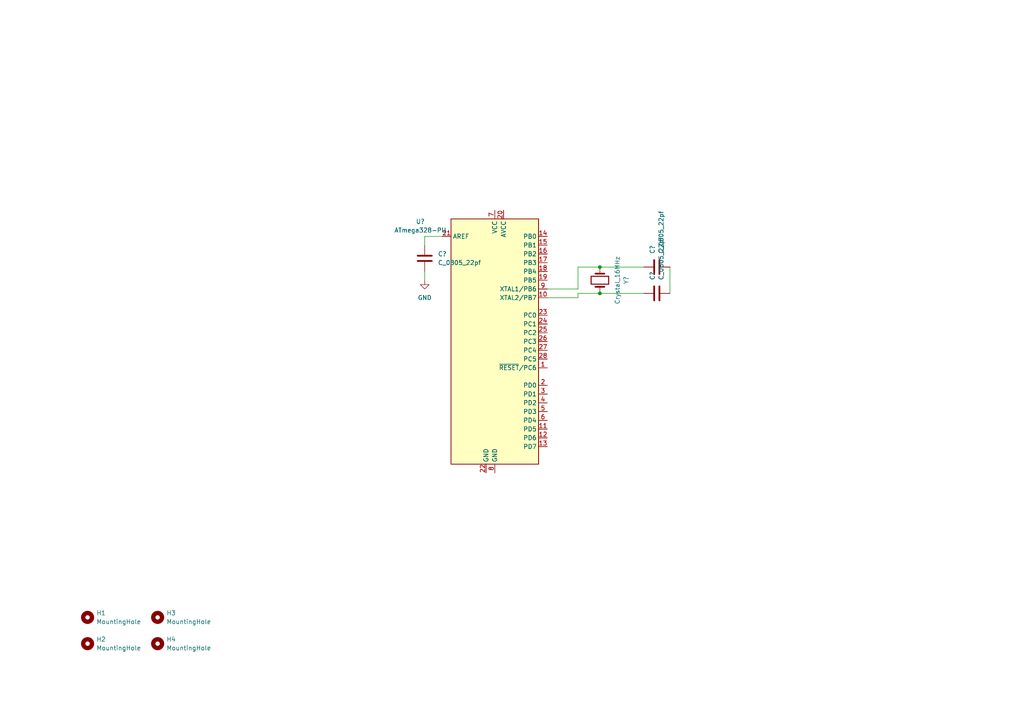
<source format=kicad_sch>
(kicad_sch (version 20211123) (generator eeschema)
  (paper "A4")
  (lib_symbols
    (symbol "HPS:ATmega328-PU"
      (property "Reference" "U" (at -11.43 39.37 0))
      (property "Value" "ATmega328-PU" (at -17.78 38.1 0))
      (symbol "ATmega328-PU_0_1"
        (rectangle (start -12.7 -35.56) (end 12.7 35.56) (stroke (width 0.254)) (fill (type background)))
      )
      (symbol "ATmega328-PU_1_1"
        (pin tri_state line (at 15.24 -7.62 180) (length 2.54) (name "~{RESET}/PC6") (number "1"))
        (pin tri_state line (at 15.24 12.7 180) (length 2.54) (name "XTAL2/PB7") (number "10"))
        (pin tri_state line (at 15.24 -25.4 180) (length 2.54) (name "PD5") (number "11"))
        (pin tri_state line (at 15.24 -27.94 180) (length 2.54) (name "PD6") (number "12"))
        (pin tri_state line (at 15.24 -30.48 180) (length 2.54) (name "PD7") (number "13"))
        (pin tri_state line (at 15.24 30.48 180) (length 2.54) (name "PB0") (number "14"))
        (pin tri_state line (at 15.24 27.94 180) (length 2.54) (name "PB1") (number "15"))
        (pin tri_state line (at 15.24 25.4 180) (length 2.54) (name "PB2") (number "16"))
        (pin tri_state line (at 15.24 22.86 180) (length 2.54) (name "PB3") (number "17"))
        (pin tri_state line (at 15.24 20.32 180) (length 2.54) (name "PB4") (number "18"))
        (pin tri_state line (at 15.24 17.78 180) (length 2.54) (name "PB5") (number "19"))
        (pin tri_state line (at 15.24 -12.7 180) (length 2.54) (name "PD0") (number "2"))
        (pin power_in line (at 2.54 38.1 270) (length 2.54) (name "AVCC") (number "20"))
        (pin passive line (at -15.24 30.48 0) (length 2.54) (name "AREF") (number "21"))
        (pin power_in line (at -2.54 -38.1 90) (length 2.54) (name "GND") (number "22"))
        (pin tri_state line (at 15.24 7.62 180) (length 2.54) (name "PC0") (number "23"))
        (pin tri_state line (at 15.24 5.08 180) (length 2.54) (name "PC1") (number "24"))
        (pin tri_state line (at 15.24 2.54 180) (length 2.54) (name "PC2") (number "25"))
        (pin tri_state line (at 15.24 0 180) (length 2.54) (name "PC3") (number "26"))
        (pin tri_state line (at 15.24 -2.54 180) (length 2.54) (name "PC4") (number "27"))
        (pin tri_state line (at 15.24 -5.08 180) (length 2.54) (name "PC5") (number "28"))
        (pin tri_state line (at 15.24 -15.24 180) (length 2.54) (name "PD1") (number "3"))
        (pin tri_state line (at 15.24 -17.78 180) (length 2.54) (name "PD2") (number "4"))
        (pin tri_state line (at 15.24 -20.32 180) (length 2.54) (name "PD3") (number "5"))
        (pin tri_state line (at 15.24 -22.86 180) (length 2.54) (name "PD4") (number "6"))
        (pin power_in line (at 0 38.1 270) (length 2.54) (name "VCC") (number "7"))
        (pin power_in line (at 0 -38.1 90) (length 2.54) (name "GND") (number "8"))
        (pin tri_state line (at 15.24 15.24 180) (length 2.54) (name "XTAL1/PB6") (number "9"))
      )
    )
    (symbol "HPS:C_0805_22pf" (pin_numbers hide) (pin_names (offset 0.254))
      (property "Reference" "C" (at 0.635 2.54 0))
      (property "Value" "C_0805_22pf" (at 0.635 -2.54 0))
      (symbol "C_0805_22pf_0_1"
        (polyline (pts (xy -2.032 -0.762) (xy 2.032 -0.762)) (stroke (width 0.508)))
        (polyline (pts (xy -2.032 0.762) (xy 2.032 0.762)) (stroke (width 0.508)))
      )
      (symbol "C_0805_22pf_1_1"
        (pin passive line (at 0 3.81 270) (length 2.794) (name "~") (number "1"))
        (pin passive line (at 0 -3.81 90) (length 2.794) (name "~") (number "2"))
      )
    )
    (symbol "HPS:Crystal_16MHz" (pin_numbers hide) (pin_names (offset 1.016) hide)
      (property "Reference" "Y" (at 0 3.81 0))
      (property "Value" "Crystal_16MHz" (at 0 -3.81 0))
      (symbol "Crystal_16MHz_0_1"
        (rectangle (start -1.143 2.54) (end 1.143 -2.54) (stroke (width 0.3048)))
        (polyline (pts (xy -2.54 0) (xy -1.905 0)))
        (polyline (pts (xy -1.905 -1.27) (xy -1.905 1.27)) (stroke (width 0.508)))
        (polyline (pts (xy 1.905 -1.27) (xy 1.905 1.27)) (stroke (width 0.508)))
        (polyline (pts (xy 2.54 0) (xy 1.905 0)))
      )
      (symbol "Crystal_16MHz_1_1"
        (pin passive line (at -3.81 0 0) (length 1.27) (name "1") (number "1"))
        (pin passive line (at 3.81 0 180) (length 1.27) (name "2") (number "2"))
      )
    )
    (symbol "HPS:GND" (power) (pin_names (offset 0))
      (property "Value" "GND" (at 0 -3.81 0))
      (symbol "GND_0_1"
        (polyline (pts (xy 0 0) (xy 0 -1.27) (xy 1.27 -1.27) (xy 0 -2.54) (xy -1.27 -1.27) (xy 0 -1.27)))
      )
      (symbol "GND_1_1"
        (pin power_in line (at 0 0 270) (length 0) hide (name "GND") (number "1"))
      )
    )
    (symbol "HPS:MountingHole" (pin_names (offset 1.016))
      (property "Reference" "H" (at 0 5.08 0))
      (property "Value" "MountingHole" (at 0 3.175 0))
      (symbol "MountingHole_0_1"
        (circle (center 0 0) (radius 1.27) (stroke (width 1.27)))
      )
    )
  )
  (junction (at 173.99 85.09))
  (junction (at 173.99 77.47))
  (wire (pts (xy 167.64 85.09) (xy 173.99 85.09)))
  (wire (pts (xy 128.27 68.58) (xy 123.19 68.58)))
  (wire (pts (xy 123.19 78.74) (xy 123.19 81.28)))
  (wire (pts (xy 194.31 77.47) (xy 194.31 85.09)))
  (wire (pts (xy 186.69 85.09) (xy 173.99 85.09)))
  (wire (pts (xy 158.75 86.36) (xy 167.64 86.36)))
  (wire (pts (xy 158.75 83.82) (xy 167.64 83.82)))
  (wire (pts (xy 167.64 86.36) (xy 167.64 85.09)))
  (wire (pts (xy 186.69 77.47) (xy 173.99 77.47)))
  (wire (pts (xy 167.64 83.82) (xy 167.64 77.47)))
  (wire (pts (xy 167.64 77.47) (xy 173.99 77.47)))
  (wire (pts (xy 123.19 68.58) (xy 123.19 71.12)))
  (symbol (lib_id "HPS:GND") (at 123.19 81.28 0) (unit 1)
    (property "Reference" "#PWR?" (effects hide))
    (property "Value" "GND" (at 123.19 86.36 0))
  )
  (symbol (lib_id "HPS:C_0805_22pf") (at 190.5 77.47 90) (unit 1)
    (property "Reference" "C?" (at 189.2299 73.66 0) (effects (justify left)))
    (property "Value" "C_0805_22pf" (at 191.7699 73.66 0) (effects (justify left)))
    (property "Footprint" "footprints:C_0805_2012Metric" (effects hide))
    (property "Datasheet" "https://www.yageo.com/upload/media/product/productsearch/datasheet/mlcc/UPY-GP_NP0_16V-to-50V_18.pdf" (effects hide))
    (property "MFG" "Yageo" (effects hide))
    (property "MPN" "CC0805JRNPO9BN220" (effects hide))
    (property "Digikey PN" "311-1103-1-ND" (effects hide))
    (property "Mouser PN" "N/A" (effects hide))
    (property "Voltage" "N/A" (effects hide))
    (property "Dielectric" "N/A" (effects hide))
    (property "Tolerance" "N/A" (effects hide))
  )
  (symbol (lib_id "HPS:MountingHole") (at 45.72 179.07 0) (unit 1)
    (property "Reference" "H3" (at 48.26 177.7999 0) (effects (justify left)))
    (property "Value" "MountingHole" (at 48.26 180.3399 0) (effects (justify left)))
    (property "Footprint" "footprints:MountingHole_3.2mm_M3" (effects hide))
  )
  (symbol (lib_id "HPS:MountingHole") (at 25.4 179.07 0) (unit 1)
    (property "Reference" "H1" (at 27.94 177.7999 0) (effects (justify left)))
    (property "Value" "MountingHole" (at 27.94 180.3399 0) (effects (justify left)))
    (property "Footprint" "footprints:MountingHole_3.2mm_M3" (effects hide))
  )
  (symbol (lib_id "HPS:C_0805_22pf") (at 190.5 85.09 90) (unit 1)
    (property "Reference" "C?" (at 189.2299 81.28 0) (effects (justify left)))
    (property "Value" "C_0805_22pf" (at 191.7699 81.28 0) (effects (justify left)))
    (property "Footprint" "footprints:C_0805_2012Metric" (effects hide))
    (property "Datasheet" "https://www.yageo.com/upload/media/product/productsearch/datasheet/mlcc/UPY-GP_NP0_16V-to-50V_18.pdf" (effects hide))
    (property "MFG" "Yageo" (effects hide))
    (property "MPN" "CC0805JRNPO9BN220" (effects hide))
    (property "Digikey PN" "311-1103-1-ND" (effects hide))
    (property "Mouser PN" "N/A" (effects hide))
    (property "Voltage" "N/A" (effects hide))
    (property "Dielectric" "N/A" (effects hide))
    (property "Tolerance" "N/A" (effects hide))
  )
  (symbol (lib_id "HPS:ATmega328-PU") (at 143.51 99.06 0) (unit 1)
    (property "Reference" "U?" (at 121.92 64.2493 0))
    (property "Value" "ATmega328-PU" (at 121.92 66.7893 0))
    (property "Footprint" "footprints:DIP-28_W7.62mm" (effects hide))
    (property "Datasheet" "http://www.microchip.com/mymicrochip/filehandler.aspx?ddocname=en608326" (effects hide))
    (property "MFG" "On Shore Technology Inc." (effects hide))
    (property "MPN" "ED281DT" (effects hide))
    (property "Digikey PN" "ED3050-5-ND" (effects hide))
    (property "Mouser PN" "N/A" (effects hide))
  )
  (symbol (lib_id "HPS:Crystal_16MHz") (at 173.99 81.28 270) (unit 1)
    (property "Reference" "Y?" (at 181.61 81.28 0))
    (property "Value" "Crystal_16MHz" (at 179.07 81.28 0))
    (property "Footprint" "footprints:Crystal_SMD_HC49-SD" (effects hide))
    (property "Datasheet" "https://ecsxtal.com/store/pdf/csm-7x-dn.pdf" (effects hide))
    (property "MFG" "ECS Inc." (effects hide))
    (property "MPN" "ECS-160-20-5PXDN-TR" (effects hide))
    (property "Digikey PN" "XC1299CT-ND" (effects hide))
    (property "Mouser PN" "N/A" (effects hide))
  )
  (symbol (lib_id "HPS:C_0805_22pf") (at 123.19 74.93 0) (unit 1)
    (property "Reference" "C?" (at 127 73.6599 0) (effects (justify left)))
    (property "Value" "C_0805_22pf" (at 127 76.1999 0) (effects (justify left)))
    (property "Footprint" "footprints:C_0805_2012Metric" (effects hide))
    (property "Datasheet" "https://www.yageo.com/upload/media/product/productsearch/datasheet/mlcc/UPY-GP_NP0_16V-to-50V_18.pdf" (effects hide))
    (property "MFG" "Yageo" (effects hide))
    (property "MPN" "CC0805JRNPO9BN220" (effects hide))
    (property "Digikey PN" "311-1103-1-ND" (effects hide))
    (property "Mouser PN" "N/A" (effects hide))
    (property "Voltage" "N/A" (effects hide))
    (property "Dielectric" "N/A" (effects hide))
    (property "Tolerance" "N/A" (effects hide))
  )
  (symbol (lib_id "HPS:MountingHole") (at 25.4 186.69 0) (unit 1)
    (property "Reference" "H2" (at 27.94 185.4199 0) (effects (justify left)))
    (property "Value" "MountingHole" (at 27.94 187.9599 0) (effects (justify left)))
    (property "Footprint" "footprints:MountingHole_3.2mm_M3" (effects hide))
  )
  (symbol (lib_id "HPS:MountingHole") (at 45.72 186.69 0) (unit 1)
    (property "Reference" "H4" (at 48.26 185.4199 0) (effects (justify left)))
    (property "Value" "MountingHole" (at 48.26 187.9599 0) (effects (justify left)))
    (property "Footprint" "footprints:MountingHole_3.2mm_M3" (effects hide))
  )
)
</source>
